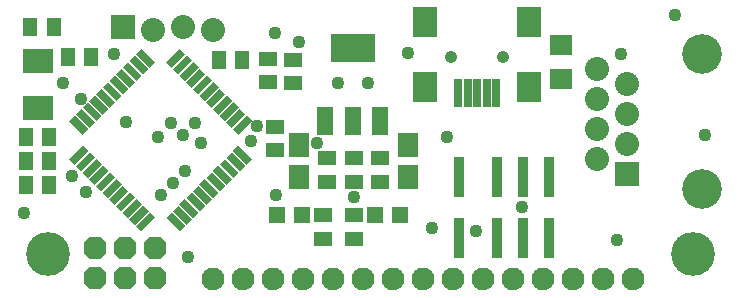
<source format=gts>
G75*
G70*
%OFA0B0*%
%FSLAX24Y24*%
%IPPOS*%
%LPD*%
%AMOC8*
5,1,8,0,0,1.08239X$1,22.5*
%
%ADD10C,0.1460*%
%ADD11R,0.0611X0.0493*%
%ADD12OC8,0.0760*%
%ADD13R,0.0770X0.0690*%
%ADD14R,0.0493X0.0611*%
%ADD15R,0.0651X0.0828*%
%ADD16R,0.0532X0.0532*%
%ADD17R,0.1005X0.0847*%
%ADD18R,0.0651X0.0257*%
%ADD19R,0.0257X0.0651*%
%ADD20R,0.0847X0.1005*%
%ADD21R,0.0257X0.0969*%
%ADD22C,0.0414*%
%ADD23C,0.0760*%
%ADD24R,0.0375X0.1320*%
%ADD25C,0.0800*%
%ADD26R,0.0800X0.0800*%
%ADD27C,0.1320*%
%ADD28R,0.0540X0.0940*%
%ADD29R,0.1477X0.0926*%
%ADD30C,0.0436*%
D10*
X003732Y003050D03*
X025232Y003050D03*
D11*
X014782Y005456D03*
X013932Y005456D03*
X013032Y005456D03*
X013032Y006244D03*
X013932Y006244D03*
X014782Y006244D03*
X013932Y004344D03*
X012882Y004344D03*
X012882Y003556D03*
X013932Y003556D03*
X011282Y006506D03*
X011282Y007294D03*
X011052Y008768D03*
X011882Y008736D03*
X011882Y009523D03*
X011052Y009556D03*
D12*
X005282Y002250D03*
X006282Y002250D03*
X007282Y002250D03*
X007282Y003250D03*
X006282Y003250D03*
X005282Y003250D03*
D13*
X020832Y008890D03*
X020832Y010010D03*
D14*
X010199Y009506D03*
X009411Y009506D03*
X005175Y009600D03*
X004388Y009600D03*
X003925Y010600D03*
X003138Y010600D03*
X002988Y006950D03*
X003775Y006950D03*
X003775Y006150D03*
X002988Y006150D03*
X002988Y005350D03*
X003775Y005350D03*
D15*
X012082Y005609D03*
X012082Y006691D03*
X015732Y006691D03*
X015732Y005609D03*
D16*
X015445Y004350D03*
X014618Y004350D03*
X012195Y004350D03*
X011368Y004350D03*
D17*
X003382Y007913D03*
X003382Y009487D03*
D18*
G36*
X007663Y009439D02*
X008122Y009898D01*
X008303Y009717D01*
X007844Y009258D01*
X007663Y009439D01*
G37*
G36*
X007886Y009216D02*
X008345Y009675D01*
X008526Y009494D01*
X008067Y009035D01*
X007886Y009216D01*
G37*
G36*
X008108Y008994D02*
X008567Y009453D01*
X008748Y009272D01*
X008289Y008813D01*
X008108Y008994D01*
G37*
G36*
X008331Y008771D02*
X008790Y009230D01*
X008971Y009049D01*
X008512Y008590D01*
X008331Y008771D01*
G37*
G36*
X008554Y008548D02*
X009013Y009007D01*
X009194Y008826D01*
X008735Y008367D01*
X008554Y008548D01*
G37*
G36*
X008776Y008326D02*
X009235Y008785D01*
X009416Y008604D01*
X008957Y008145D01*
X008776Y008326D01*
G37*
G36*
X008999Y008103D02*
X009458Y008562D01*
X009639Y008381D01*
X009180Y007922D01*
X008999Y008103D01*
G37*
G36*
X009222Y007880D02*
X009681Y008339D01*
X009862Y008158D01*
X009403Y007699D01*
X009222Y007880D01*
G37*
G36*
X009444Y007658D02*
X009903Y008117D01*
X010084Y007936D01*
X009625Y007477D01*
X009444Y007658D01*
G37*
G36*
X009667Y007435D02*
X010126Y007894D01*
X010307Y007713D01*
X009848Y007254D01*
X009667Y007435D01*
G37*
G36*
X009890Y007212D02*
X010349Y007671D01*
X010530Y007490D01*
X010071Y007031D01*
X009890Y007212D01*
G37*
G36*
X005770Y004874D02*
X006229Y005333D01*
X006410Y005152D01*
X005951Y004693D01*
X005770Y004874D01*
G37*
G36*
X005547Y005096D02*
X006006Y005555D01*
X006187Y005374D01*
X005728Y004915D01*
X005547Y005096D01*
G37*
G36*
X005324Y005319D02*
X005783Y005778D01*
X005964Y005597D01*
X005505Y005138D01*
X005324Y005319D01*
G37*
G36*
X005102Y005542D02*
X005561Y006001D01*
X005742Y005820D01*
X005283Y005361D01*
X005102Y005542D01*
G37*
G36*
X004879Y005764D02*
X005338Y006223D01*
X005519Y006042D01*
X005060Y005583D01*
X004879Y005764D01*
G37*
G36*
X004656Y005987D02*
X005115Y006446D01*
X005296Y006265D01*
X004837Y005806D01*
X004656Y005987D01*
G37*
G36*
X004434Y006210D02*
X004893Y006669D01*
X005074Y006488D01*
X004615Y006029D01*
X004434Y006210D01*
G37*
G36*
X005992Y004651D02*
X006451Y005110D01*
X006632Y004929D01*
X006173Y004470D01*
X005992Y004651D01*
G37*
G36*
X006215Y004428D02*
X006674Y004887D01*
X006855Y004706D01*
X006396Y004247D01*
X006215Y004428D01*
G37*
G36*
X006438Y004206D02*
X006897Y004665D01*
X007078Y004484D01*
X006619Y004025D01*
X006438Y004206D01*
G37*
G36*
X006661Y003983D02*
X007120Y004442D01*
X007301Y004261D01*
X006842Y003802D01*
X006661Y003983D01*
G37*
D19*
G36*
X007663Y004261D02*
X007844Y004442D01*
X008303Y003983D01*
X008122Y003802D01*
X007663Y004261D01*
G37*
G36*
X007886Y004484D02*
X008067Y004665D01*
X008526Y004206D01*
X008345Y004025D01*
X007886Y004484D01*
G37*
G36*
X008108Y004706D02*
X008289Y004887D01*
X008748Y004428D01*
X008567Y004247D01*
X008108Y004706D01*
G37*
G36*
X008331Y004929D02*
X008512Y005110D01*
X008971Y004651D01*
X008790Y004470D01*
X008331Y004929D01*
G37*
G36*
X008554Y005152D02*
X008735Y005333D01*
X009194Y004874D01*
X009013Y004693D01*
X008554Y005152D01*
G37*
G36*
X008776Y005374D02*
X008957Y005555D01*
X009416Y005096D01*
X009235Y004915D01*
X008776Y005374D01*
G37*
G36*
X008999Y005597D02*
X009180Y005778D01*
X009639Y005319D01*
X009458Y005138D01*
X008999Y005597D01*
G37*
G36*
X009222Y005820D02*
X009403Y006001D01*
X009862Y005542D01*
X009681Y005361D01*
X009222Y005820D01*
G37*
G36*
X009444Y006042D02*
X009625Y006223D01*
X010084Y005764D01*
X009903Y005583D01*
X009444Y006042D01*
G37*
G36*
X009667Y006265D02*
X009848Y006446D01*
X010307Y005987D01*
X010126Y005806D01*
X009667Y006265D01*
G37*
G36*
X009890Y006488D02*
X010071Y006669D01*
X010530Y006210D01*
X010349Y006029D01*
X009890Y006488D01*
G37*
G36*
X005770Y008826D02*
X005951Y009007D01*
X006410Y008548D01*
X006229Y008367D01*
X005770Y008826D01*
G37*
G36*
X005547Y008604D02*
X005728Y008785D01*
X006187Y008326D01*
X006006Y008145D01*
X005547Y008604D01*
G37*
G36*
X005324Y008381D02*
X005505Y008562D01*
X005964Y008103D01*
X005783Y007922D01*
X005324Y008381D01*
G37*
G36*
X005102Y008158D02*
X005283Y008339D01*
X005742Y007880D01*
X005561Y007699D01*
X005102Y008158D01*
G37*
G36*
X004879Y007936D02*
X005060Y008117D01*
X005519Y007658D01*
X005338Y007477D01*
X004879Y007936D01*
G37*
G36*
X004656Y007713D02*
X004837Y007894D01*
X005296Y007435D01*
X005115Y007254D01*
X004656Y007713D01*
G37*
G36*
X004434Y007490D02*
X004615Y007671D01*
X005074Y007212D01*
X004893Y007031D01*
X004434Y007490D01*
G37*
G36*
X005992Y009049D02*
X006173Y009230D01*
X006632Y008771D01*
X006451Y008590D01*
X005992Y009049D01*
G37*
G36*
X006215Y009272D02*
X006396Y009453D01*
X006855Y008994D01*
X006674Y008813D01*
X006215Y009272D01*
G37*
G36*
X006438Y009494D02*
X006619Y009675D01*
X007078Y009216D01*
X006897Y009035D01*
X006438Y009494D01*
G37*
G36*
X006661Y009717D02*
X006842Y009898D01*
X007301Y009439D01*
X007120Y009258D01*
X006661Y009717D01*
G37*
D20*
X016299Y010787D03*
X019764Y010787D03*
X019764Y008622D03*
X016299Y008622D03*
D21*
X017402Y008400D03*
X017717Y008400D03*
X018032Y008400D03*
X018347Y008400D03*
X018662Y008400D03*
D22*
X018898Y009606D03*
X017166Y009606D03*
D23*
X017232Y002200D03*
X018232Y002200D03*
X019232Y002200D03*
X020232Y002200D03*
X021232Y002200D03*
X022232Y002200D03*
X023232Y002200D03*
X016232Y002200D03*
X015232Y002200D03*
X014232Y002200D03*
X013232Y002200D03*
X012232Y002200D03*
X011232Y002200D03*
X010232Y002200D03*
X009232Y002200D03*
D24*
X017422Y003576D03*
X018682Y003576D03*
X019548Y003576D03*
X020414Y003576D03*
X020414Y005624D03*
X019548Y005624D03*
X018682Y005624D03*
X017422Y005624D03*
D25*
X022032Y006200D03*
X023032Y006700D03*
X022032Y007200D03*
X023032Y007700D03*
X022032Y008200D03*
X023032Y008700D03*
X022032Y009200D03*
X009232Y010500D03*
X008232Y010600D03*
X007232Y010500D03*
D26*
X006232Y010600D03*
X023032Y005700D03*
D27*
X025532Y005200D03*
X025532Y009700D03*
D28*
X014792Y007480D03*
X013882Y007480D03*
X012972Y007480D03*
D29*
X013882Y009920D03*
D30*
X012082Y010100D03*
X011282Y010400D03*
X013382Y008750D03*
X014382Y008750D03*
X015732Y009750D03*
X017032Y006950D03*
X013932Y004950D03*
X011332Y005000D03*
X008282Y005800D03*
X007882Y005400D03*
X007482Y005000D03*
X004982Y005100D03*
X004532Y005650D03*
X002932Y004400D03*
X007382Y006950D03*
X007832Y007400D03*
X008632Y007400D03*
X008232Y007000D03*
X008832Y006750D03*
X010482Y006800D03*
X010682Y007300D03*
X012682Y006750D03*
X016532Y003900D03*
X017982Y003800D03*
X019532Y004600D03*
X022682Y003500D03*
X025632Y007000D03*
X022832Y009700D03*
X024632Y011000D03*
X008382Y002950D03*
X006332Y007450D03*
X004832Y008200D03*
X004232Y008750D03*
X005932Y009700D03*
M02*

</source>
